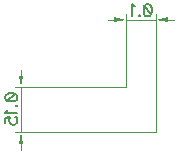
<source format=gbr>
G04 DipTrace 2.4.0.2*
%INBottomDimension.gbr*%
%MOIN*%
%ADD13C,0.0015*%
%ADD71C,0.0062*%
%FSLAX44Y44*%
G04*
G70*
G90*
G75*
G01*
%LNBotDimension*%
%LPD*%
X6440Y23690D2*
D13*
X2743D1*
X7440Y22190D2*
X2743D1*
X2940Y23690D2*
Y22190D1*
Y24281D2*
Y24084D1*
G36*
Y23690D2*
X2861Y24084D1*
X3019D1*
X2940Y23690D1*
G37*
Y21599D2*
D13*
Y21796D1*
G36*
Y22190D2*
X3019Y21796D1*
X2861D1*
X2940Y22190D1*
G37*
X7440D2*
D13*
Y26137D1*
X6440Y23690D2*
Y26137D1*
Y25940D2*
X7440D1*
X5849D2*
X6046D1*
G36*
X6440D2*
X6046Y25861D1*
Y26019D1*
X6440Y25940D1*
G37*
X8031D2*
D13*
X7834D1*
G36*
X7440D2*
X7834Y26019D1*
Y25861D1*
X7440Y25940D1*
G37*
X2416Y23376D2*
D71*
X2435Y23434D1*
X2493Y23472D1*
X2588Y23491D1*
X2646D1*
X2741Y23472D1*
X2799Y23434D1*
X2818Y23376D1*
Y23338D1*
X2799Y23281D1*
X2741Y23243D1*
X2646Y23223D1*
X2588D1*
X2493Y23243D1*
X2435Y23281D1*
X2416Y23338D1*
Y23376D1*
X2493Y23243D2*
X2741Y23472D1*
X2779Y23081D2*
X2799Y23100D1*
X2818Y23081D1*
X2799Y23061D1*
X2779Y23081D1*
X2493Y22938D2*
X2473Y22899D1*
X2416Y22842D1*
X2818D1*
X2416Y22489D2*
Y22680D1*
X2588Y22699D1*
X2569Y22680D1*
X2550Y22622D1*
Y22565D1*
X2569Y22508D1*
X2607Y22469D1*
X2665Y22450D1*
X2703D1*
X2760Y22469D1*
X2799Y22508D1*
X2818Y22565D1*
Y22622D1*
X2799Y22680D1*
X2779Y22699D1*
X2741Y22718D1*
X7181Y26464D2*
X7238Y26445D1*
X7277Y26387D1*
X7296Y26292D1*
Y26234D1*
X7277Y26139D1*
X7238Y26081D1*
X7181Y26062D1*
X7143D1*
X7085Y26081D1*
X7047Y26139D1*
X7028Y26234D1*
Y26292D1*
X7047Y26387D1*
X7085Y26445D1*
X7143Y26464D1*
X7181D1*
X7047Y26387D2*
X7277Y26139D1*
X6885Y26101D2*
X6904Y26081D1*
X6885Y26062D1*
X6866Y26081D1*
X6885Y26101D1*
X6742Y26387D2*
X6704Y26407D1*
X6646Y26464D1*
Y26062D1*
M02*

</source>
